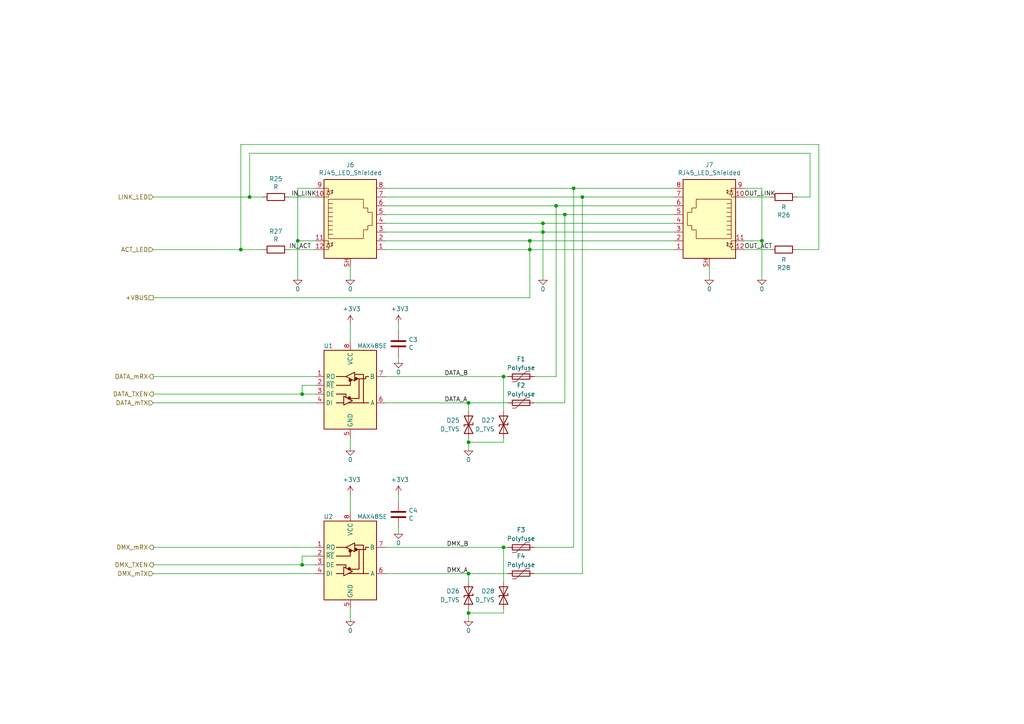
<source format=kicad_sch>
(kicad_sch (version 20211123) (generator eeschema)
  (paper "A4")
  (lib_symbols
    (symbol "Connector:RJ45_LED_Shielded" (pin_names (offset 1.016))
      (property "Reference" "J" (at -5.08 13.97 0))
      (property "Value" "RJ45_LED_Shielded" (at 1.27 13.97 0))
      (symbol "RJ45_LED_Shielded_0_1"
        (polyline (pts (xy -7.62 -7.62) (xy -6.35 -7.62)))
        (polyline (pts (xy -7.62 -5.08) (xy -6.35 -5.08)))
        (polyline (pts (xy -7.62 7.62) (xy -6.35 7.62)))
        (polyline (pts (xy -7.62 10.16) (xy -6.35 10.16)))
        (polyline (pts (xy -6.858 -5.842) (xy -5.842 -5.842)))
        (polyline (pts (xy -6.858 9.398) (xy -5.842 9.398)))
        (polyline (pts (xy -6.35 -7.62) (xy -6.35 -6.858)))
        (polyline (pts (xy -6.35 -5.08) (xy -6.35 -5.842)))
        (polyline (pts (xy -6.35 7.62) (xy -6.35 8.382)))
        (polyline (pts (xy -6.35 10.16) (xy -6.35 9.398)))
        (polyline (pts (xy -5.08 -6.223) (xy -5.207 -6.604)))
        (polyline (pts (xy -5.08 -5.588) (xy -5.207 -5.969)))
        (polyline (pts (xy -5.08 4.445) (xy -6.35 4.445)))
        (polyline (pts (xy -5.08 5.715) (xy -6.35 5.715)))
        (polyline (pts (xy -5.08 9.017) (xy -5.207 8.636)))
        (polyline (pts (xy -5.08 9.652) (xy -5.207 9.271)))
        (polyline (pts (xy -6.35 -3.175) (xy -5.08 -3.175) (xy -5.08 -3.175)))
        (polyline (pts (xy -6.35 -1.905) (xy -5.08 -1.905) (xy -5.08 -1.905)))
        (polyline (pts (xy -6.35 -0.635) (xy -5.08 -0.635) (xy -5.08 -0.635)))
        (polyline (pts (xy -6.35 0.635) (xy -5.08 0.635) (xy -5.08 0.635)))
        (polyline (pts (xy -6.35 1.905) (xy -5.08 1.905) (xy -5.08 1.905)))
        (polyline (pts (xy -5.588 -6.731) (xy -5.08 -6.223) (xy -5.461 -6.35)))
        (polyline (pts (xy -5.588 -6.096) (xy -5.08 -5.588) (xy -5.461 -5.715)))
        (polyline (pts (xy -5.588 8.509) (xy -5.08 9.017) (xy -5.461 8.89)))
        (polyline (pts (xy -5.588 9.144) (xy -5.08 9.652) (xy -5.461 9.525)))
        (polyline (pts (xy -5.08 3.175) (xy -6.35 3.175) (xy -6.35 3.175)))
        (polyline (pts (xy -6.35 -5.842) (xy -6.858 -6.858) (xy -5.842 -6.858) (xy -6.35 -5.842)))
        (polyline (pts (xy -6.35 9.398) (xy -6.858 8.382) (xy -5.842 8.382) (xy -6.35 9.398)))
        (polyline (pts (xy -6.35 -4.445) (xy -6.35 6.985) (xy 3.81 6.985) (xy 3.81 4.445) (xy 5.08 4.445) (xy 5.08 3.175) (xy 6.35 3.175) (xy 6.35 -0.635) (xy 5.08 -0.635) (xy 5.08 -1.905) (xy 3.81 -1.905) (xy 3.81 -4.445) (xy -6.35 -4.445) (xy -6.35 -4.445)))
        (rectangle (start 7.62 12.7) (end -7.62 -10.16) (stroke (width 0.254)) (fill (type background)))
      )
      (symbol "RJ45_LED_Shielded_1_1"
        (pin passive line (at 10.16 -7.62 180) (length 2.54) (name "~") (number "1"))
        (pin passive line (at -10.16 7.62 0) (length 2.54) (name "~") (number "10"))
        (pin passive line (at -10.16 -5.08 0) (length 2.54) (name "~") (number "11"))
        (pin passive line (at -10.16 -7.62 0) (length 2.54) (name "~") (number "12"))
        (pin passive line (at 10.16 -5.08 180) (length 2.54) (name "~") (number "2"))
        (pin passive line (at 10.16 -2.54 180) (length 2.54) (name "~") (number "3"))
        (pin passive line (at 10.16 0 180) (length 2.54) (name "~") (number "4"))
        (pin passive line (at 10.16 2.54 180) (length 2.54) (name "~") (number "5"))
        (pin passive line (at 10.16 5.08 180) (length 2.54) (name "~") (number "6"))
        (pin passive line (at 10.16 7.62 180) (length 2.54) (name "~") (number "7"))
        (pin passive line (at 10.16 10.16 180) (length 2.54) (name "~") (number "8"))
        (pin passive line (at -10.16 10.16 0) (length 2.54) (name "~") (number "9"))
        (pin passive line (at 0 -12.7 90) (length 2.54) (name "~") (number "SH"))
      )
    )
    (symbol "Device:C" (pin_numbers hide) (pin_names (offset 0.254))
      (property "Reference" "C" (at 0.635 2.54 0))
      (property "Value" "C" (at 0.635 -2.54 0))
      (symbol "C_0_1"
        (polyline (pts (xy -2.032 -0.762) (xy 2.032 -0.762)) (stroke (width 0.508)))
        (polyline (pts (xy -2.032 0.762) (xy 2.032 0.762)) (stroke (width 0.508)))
      )
      (symbol "C_1_1"
        (pin passive line (at 0 3.81 270) (length 2.794) (name "~") (number "1"))
        (pin passive line (at 0 -3.81 90) (length 2.794) (name "~") (number "2"))
      )
    )
    (symbol "Device:D_TVS" (pin_numbers hide) (pin_names (offset 1.016) hide)
      (property "Reference" "D" (at 0 2.54 0))
      (property "Value" "D_TVS" (at 0 -2.54 0))
      (symbol "D_TVS_0_1"
        (polyline (pts (xy 1.27 0) (xy -1.27 0)))
        (polyline (pts (xy 0.508 1.27) (xy 0 1.27) (xy 0 -1.27) (xy -0.508 -1.27)) (stroke (width 0.254)))
        (polyline (pts (xy -2.54 1.27) (xy -2.54 -1.27) (xy 2.54 1.27) (xy 2.54 -1.27) (xy -2.54 1.27)) (stroke (width 0.254)))
      )
      (symbol "D_TVS_1_1"
        (pin passive line (at -3.81 0 0) (length 2.54) (name "A1") (number "1"))
        (pin passive line (at 3.81 0 180) (length 2.54) (name "A2") (number "2"))
      )
    )
    (symbol "Device:Polyfuse" (pin_numbers hide) (pin_names (offset 0))
      (property "Reference" "F" (at -2.54 0 90))
      (property "Value" "Polyfuse" (at 2.54 0 90))
      (symbol "Polyfuse_0_1"
        (rectangle (start -0.762 2.54) (end 0.762 -2.54) (stroke (width 0.254)))
        (polyline (pts (xy 0 2.54) (xy 0 -2.54)))
        (polyline (pts (xy -1.524 2.54) (xy -1.524 1.524) (xy 1.524 -1.524) (xy 1.524 -2.54)))
      )
      (symbol "Polyfuse_1_1"
        (pin passive line (at 0 3.81 270) (length 1.27) (name "~") (number "1"))
        (pin passive line (at 0 -3.81 90) (length 1.27) (name "~") (number "2"))
      )
    )
    (symbol "Device:R" (pin_numbers hide) (pin_names (offset 0))
      (property "Reference" "R" (at 2.032 0 90))
      (property "Value" "R" (at 0 0 90))
      (symbol "R_0_1"
        (rectangle (start -1.016 -2.54) (end 1.016 2.54) (stroke (width 0.254)))
      )
      (symbol "R_1_1"
        (pin passive line (at 0 3.81 270) (length 1.27) (name "~") (number "1"))
        (pin passive line (at 0 -3.81 90) (length 1.27) (name "~") (number "2"))
      )
    )
    (symbol "Interface_UART:MAX485E"
      (property "Reference" "U" (at -6.096 11.43 0))
      (property "Value" "MAX485E" (at 0.762 11.43 0))
      (symbol "MAX485E_0_1"
        (rectangle (start -7.62 10.16) (end 7.62 -12.7) (stroke (width 0.254)) (fill (type background)))
        (circle (center -0.3048 -3.683) (radius 0.3556) (stroke (width 0.254)) (fill (type outline)))
        (circle (center -0.0254 1.4986) (radius 0.3556) (stroke (width 0.254)) (fill (type outline)))
        (polyline (pts (xy -4.064 -5.08) (xy -1.905 -5.08)) (stroke (width 0.254)))
        (polyline (pts (xy -4.064 2.54) (xy -1.27 2.54)) (stroke (width 0.254)))
        (polyline (pts (xy -1.27 -3.2004) (xy -1.27 -3.4544)) (stroke (width 0.254)))
        (polyline (pts (xy -0.635 -5.08) (xy 5.334 -5.08)) (stroke (width 0.254)))
        (polyline (pts (xy -4.064 -2.54) (xy -1.27 -2.54) (xy -1.27 -3.175)) (stroke (width 0.254)))
        (polyline (pts (xy 0 1.27) (xy 0 0) (xy -4.064 0)) (stroke (width 0.254)))
        (polyline (pts (xy 1.27 3.175) (xy 3.81 3.175) (xy 3.81 -5.08)) (stroke (width 0.254)))
        (polyline (pts (xy 2.54 1.905) (xy 2.54 -3.81) (xy 0 -3.81)) (stroke (width 0.254)))
        (polyline (pts (xy -1.905 -3.175) (xy -1.905 -5.715) (xy 0.635 -4.445) (xy -1.905 -3.175)) (stroke (width 0.254)))
        (polyline (pts (xy -1.27 2.54) (xy 1.27 3.81) (xy 1.27 1.27) (xy -1.27 2.54)) (stroke (width 0.254)))
        (polyline (pts (xy 1.905 1.905) (xy 4.445 1.905) (xy 4.445 2.54) (xy 5.334 2.54)) (stroke (width 0.254)))
        (rectangle (start 1.27 3.175) (end 1.27 3.175))
        (circle (center 1.651 1.905) (radius 0.3556) (stroke (width 0.254)) (fill (type outline)))
      )
      (symbol "MAX485E_1_1"
        (pin output line (at -10.16 2.54 0) (length 2.54) (name "RO") (number "1"))
        (pin input line (at -10.16 0 0) (length 2.54) (name "~{RE}") (number "2"))
        (pin input line (at -10.16 -2.54 0) (length 2.54) (name "DE") (number "3"))
        (pin input line (at -10.16 -5.08 0) (length 2.54) (name "DI") (number "4"))
        (pin power_in line (at 0 -15.24 90) (length 2.54) (name "GND") (number "5"))
        (pin bidirectional line (at 10.16 -5.08 180) (length 2.54) (name "A") (number "6"))
        (pin bidirectional line (at 10.16 2.54 180) (length 2.54) (name "B") (number "7"))
        (pin power_in line (at 0 12.7 270) (length 2.54) (name "VCC") (number "8"))
      )
    )
    (symbol "power:+3V3" (power) (pin_names (offset 0))
      (property "Value" "+3V3" (at 0 3.556 0))
      (symbol "+3V3_0_1"
        (polyline (pts (xy -0.762 1.27) (xy 0 2.54)))
        (polyline (pts (xy 0 0) (xy 0 2.54)))
        (polyline (pts (xy 0 2.54) (xy 0.762 1.27)))
      )
      (symbol "+3V3_1_1"
        (pin power_in line (at 0 0 90) (length 0) hide (name "+3V3") (number "1"))
      )
    )
    (symbol "pspice:0" (power) (pin_names (offset 0))
      (property "Value" "0" (at 0 -1.778 0))
      (symbol "0_0_1"
        (polyline (pts (xy -1.27 0) (xy 0 -1.27) (xy 1.27 0) (xy -1.27 0)))
      )
      (symbol "0_1_1"
        (pin power_in line (at 0 0 0) (length 0) hide (name "0") (number "1"))
      )
    )
  )
  (junction (at 135.89 177.8))
  (junction (at 135.89 116.84))
  (junction (at 220.98 69.85))
  (junction (at 153.67 72.39))
  (junction (at 135.89 128.27))
  (junction (at 168.91 57.15))
  (junction (at 157.48 64.77))
  (junction (at 157.48 67.31))
  (junction (at 153.67 69.85))
  (junction (at 146.05 109.22))
  (junction (at 146.05 158.75))
  (junction (at 69.85 72.39))
  (junction (at 163.83 62.23))
  (junction (at 161.29 59.69))
  (junction (at 87.63 114.3))
  (junction (at 72.39 57.15))
  (junction (at 87.63 163.83))
  (junction (at 135.89 166.37))
  (junction (at 166.37 54.61))
  (junction (at 86.36 69.85))
  (wire (pts (xy 220.98 54.61) (xy 220.98 69.85)))
  (wire (pts (xy 69.85 72.39) (xy 44.45 72.39)))
  (wire (pts (xy 111.76 72.39) (xy 153.67 72.39)))
  (wire (pts (xy 153.67 69.85) (xy 153.67 72.39)))
  (wire (pts (xy 87.63 163.83) (xy 44.45 163.83)))
  (wire (pts (xy 135.89 177.8) (xy 146.05 177.8)))
  (wire (pts (xy 111.76 59.69) (xy 161.29 59.69)))
  (wire (pts (xy 135.89 166.37) (xy 135.89 168.91)))
  (wire (pts (xy 111.76 116.84) (xy 135.89 116.84)))
  (wire (pts (xy 135.89 116.84) (xy 147.32 116.84)))
  (wire (pts (xy 115.57 105.41) (xy 115.57 103.505)))
  (wire (pts (xy 220.98 69.85) (xy 220.98 81.28)))
  (wire (pts (xy 237.49 72.39) (xy 237.49 41.91)))
  (wire (pts (xy 72.39 57.15) (xy 72.39 44.45)))
  (wire (pts (xy 157.48 67.31) (xy 195.58 67.31)))
  (wire (pts (xy 91.44 161.29) (xy 87.63 161.29)))
  (wire (pts (xy 161.29 59.69) (xy 195.58 59.69)))
  (wire (pts (xy 146.05 158.75) (xy 146.05 168.91)))
  (wire (pts (xy 135.89 177.8) (xy 135.89 176.53)))
  (wire (pts (xy 87.63 114.3) (xy 91.44 114.3)))
  (wire (pts (xy 111.76 69.85) (xy 153.67 69.85)))
  (wire (pts (xy 223.52 57.15) (xy 215.9 57.15)))
  (wire (pts (xy 154.94 116.84) (xy 163.83 116.84)))
  (wire (pts (xy 237.49 41.91) (xy 69.85 41.91)))
  (wire (pts (xy 111.76 54.61) (xy 166.37 54.61)))
  (wire (pts (xy 146.05 109.22) (xy 146.05 119.38)))
  (wire (pts (xy 83.82 57.15) (xy 91.44 57.15)))
  (wire (pts (xy 146.05 177.8) (xy 146.05 176.53)))
  (wire (pts (xy 101.6 180.34) (xy 101.6 176.53)))
  (wire (pts (xy 135.89 116.84) (xy 135.89 119.38)))
  (wire (pts (xy 115.57 154.94) (xy 115.57 153.035)))
  (wire (pts (xy 135.89 130.81) (xy 135.89 128.27)))
  (wire (pts (xy 154.94 109.22) (xy 161.29 109.22)))
  (wire (pts (xy 168.91 166.37) (xy 168.91 57.15)))
  (wire (pts (xy 111.76 57.15) (xy 168.91 57.15)))
  (wire (pts (xy 87.63 161.29) (xy 87.63 163.83)))
  (wire (pts (xy 168.91 57.15) (xy 195.58 57.15)))
  (wire (pts (xy 91.44 54.61) (xy 86.36 54.61)))
  (wire (pts (xy 87.63 114.3) (xy 44.45 114.3)))
  (wire (pts (xy 83.82 72.39) (xy 91.44 72.39)))
  (wire (pts (xy 223.52 72.39) (xy 215.9 72.39)))
  (wire (pts (xy 111.76 64.77) (xy 157.48 64.77)))
  (wire (pts (xy 234.95 44.45) (xy 234.95 57.15)))
  (wire (pts (xy 115.57 95.885) (xy 115.57 93.98)))
  (wire (pts (xy 91.44 166.37) (xy 44.45 166.37)))
  (wire (pts (xy 87.63 111.76) (xy 87.63 114.3)))
  (wire (pts (xy 111.76 166.37) (xy 135.89 166.37)))
  (wire (pts (xy 86.36 69.85) (xy 86.36 81.28)))
  (wire (pts (xy 111.76 158.75) (xy 146.05 158.75)))
  (wire (pts (xy 72.39 57.15) (xy 44.45 57.15)))
  (wire (pts (xy 153.67 72.39) (xy 153.67 86.36)))
  (wire (pts (xy 146.05 109.22) (xy 147.32 109.22)))
  (wire (pts (xy 101.6 93.98) (xy 101.6 99.06)))
  (wire (pts (xy 153.67 86.36) (xy 44.45 86.36)))
  (wire (pts (xy 111.76 109.22) (xy 146.05 109.22)))
  (wire (pts (xy 234.95 57.15) (xy 231.14 57.15)))
  (wire (pts (xy 135.89 128.27) (xy 135.89 127)))
  (wire (pts (xy 135.89 180.34) (xy 135.89 177.8)))
  (wire (pts (xy 157.48 67.31) (xy 157.48 64.77)))
  (wire (pts (xy 87.63 163.83) (xy 91.44 163.83)))
  (wire (pts (xy 163.83 62.23) (xy 195.58 62.23)))
  (wire (pts (xy 76.2 57.15) (xy 72.39 57.15)))
  (wire (pts (xy 111.76 62.23) (xy 163.83 62.23)))
  (wire (pts (xy 69.85 41.91) (xy 69.85 72.39)))
  (wire (pts (xy 101.6 143.51) (xy 101.6 148.59)))
  (wire (pts (xy 76.2 72.39) (xy 69.85 72.39)))
  (wire (pts (xy 220.98 54.61) (xy 215.9 54.61)))
  (wire (pts (xy 154.94 166.37) (xy 168.91 166.37)))
  (wire (pts (xy 135.89 128.27) (xy 146.05 128.27)))
  (wire (pts (xy 153.67 69.85) (xy 195.58 69.85)))
  (wire (pts (xy 166.37 54.61) (xy 195.58 54.61)))
  (wire (pts (xy 101.6 130.81) (xy 101.6 127)))
  (wire (pts (xy 157.48 64.77) (xy 195.58 64.77)))
  (wire (pts (xy 86.36 54.61) (xy 86.36 69.85)))
  (wire (pts (xy 205.74 81.28) (xy 205.74 77.47)))
  (wire (pts (xy 91.44 116.84) (xy 44.45 116.84)))
  (wire (pts (xy 101.6 81.28) (xy 101.6 77.47)))
  (wire (pts (xy 163.83 116.84) (xy 163.83 62.23)))
  (wire (pts (xy 153.67 72.39) (xy 195.58 72.39)))
  (wire (pts (xy 157.48 81.28) (xy 157.48 67.31)))
  (wire (pts (xy 91.44 109.22) (xy 44.45 109.22)))
  (wire (pts (xy 111.76 67.31) (xy 157.48 67.31)))
  (wire (pts (xy 166.37 158.75) (xy 166.37 54.61)))
  (wire (pts (xy 91.44 158.75) (xy 44.45 158.75)))
  (wire (pts (xy 161.29 109.22) (xy 161.29 59.69)))
  (wire (pts (xy 154.94 158.75) (xy 166.37 158.75)))
  (wire (pts (xy 146.05 128.27) (xy 146.05 127)))
  (wire (pts (xy 91.44 111.76) (xy 87.63 111.76)))
  (wire (pts (xy 86.36 69.85) (xy 91.44 69.85)))
  (wire (pts (xy 135.89 166.37) (xy 147.32 166.37)))
  (wire (pts (xy 72.39 44.45) (xy 234.95 44.45)))
  (wire (pts (xy 215.9 69.85) (xy 220.98 69.85)))
  (wire (pts (xy 231.14 72.39) (xy 237.49 72.39)))
  (wire (pts (xy 146.05 158.75) (xy 147.32 158.75)))
  (wire (pts (xy 115.57 145.415) (xy 115.57 143.51)))
  (label "IN_ACT" (at 83.82 72.39 0))
  (label "DMX_A" (at 129.54 166.37 0))
  (label "IN_LINK" (at 84.455 57.15 0))
  (label "DATA_A" (at 128.905 116.84 0))
  (label "DATA_B" (at 128.905 109.22 0))
  (label "OUT_LINK" (at 215.9 57.15 0))
  (label "DMX_B" (at 129.54 158.75 0))
  (label "OUT_ACT" (at 215.9 72.39 0))
  (hierarchical_label "DMX_TXEN" (shape output) (at 44.45 163.83 180))
  (hierarchical_label "+VBUS" (shape passive) (at 44.45 86.36 180))
  (hierarchical_label "DATA_TXEN" (shape output) (at 44.45 114.3 180))
  (hierarchical_label "LINK_LED" (shape input) (at 44.45 57.15 180))
  (hierarchical_label "ACT_LED" (shape input) (at 44.45 72.39 180))
  (hierarchical_label "DMX_mRX" (shape output) (at 44.45 158.75 180))
  (hierarchical_label "DMX_mTX" (shape input) (at 44.45 166.37 180))
  (hierarchical_label "DATA_mRX" (shape output) (at 44.45 109.22 180))
  (hierarchical_label "DATA_mTX" (shape input) (at 44.45 116.84 180))
  (symbol (lib_id "Connector:RJ45_LED_Shielded") (at 101.6 64.77 0) (unit 1)
    (property "Reference" "J6" (at 101.6 47.8282 0))
    (property "Value" "RJ45_LED_Shielded" (at 101.6 50.1396 0))
    (property "Footprint" "Connector_RJ:RJ45_Amphenol_RJHSE538X" (effects hide))
  )
  (symbol (lib_id "Connector:RJ45_LED_Shielded") (at 205.74 64.77 0) (mirror y) (unit 1)
    (property "Reference" "J7" (at 205.74 47.8282 0))
    (property "Value" "RJ45_LED_Shielded" (at 205.74 50.1396 0))
    (property "Footprint" "Connector_RJ:RJ45_Amphenol_RJHSE538X" (effects hide))
  )
  (symbol (lib_id "pspice:0") (at 101.6 81.28 0) (unit 1)
    (property "Reference" "#GND012" (effects hide))
    (property "Value" "0" (at 101.6 83.82 0))
  )
  (symbol (lib_id "pspice:0") (at 205.74 81.28 0) (unit 1)
    (property "Reference" "#GND014" (effects hide))
    (property "Value" "0" (at 205.74 83.82 0))
  )
  (symbol (lib_id "pspice:0") (at 220.98 81.28 0) (unit 1)
    (property "Reference" "#GND015" (effects hide))
    (property "Value" "0" (at 220.98 83.82 0))
  )
  (symbol (lib_id "pspice:0") (at 86.36 81.28 0) (unit 1)
    (property "Reference" "#GND011" (effects hide))
    (property "Value" "0" (at 86.36 83.82 0))
  )
  (symbol (lib_id "Device:R") (at 80.01 57.15 270) (unit 1)
    (property "Reference" "R25" (at 80.01 51.8922 90))
    (property "Value" "R" (at 80.01 54.2036 90))
    (property "Footprint" "Resistor_SMD:R_0805_2012Metric_Pad1.20x1.40mm_HandSolder" (effects hide))
  )
  (symbol (lib_id "Device:R") (at 80.01 72.39 270) (unit 1)
    (property "Reference" "R27" (at 80.01 67.1322 90))
    (property "Value" "R" (at 80.01 69.4436 90))
    (property "Footprint" "Resistor_SMD:R_0805_2012Metric_Pad1.20x1.40mm_HandSolder" (effects hide))
  )
  (symbol (lib_id "Device:R") (at 227.33 57.15 90) (unit 1)
    (property "Reference" "R26" (at 227.33 62.4078 90))
    (property "Value" "R" (at 227.33 60.0964 90))
    (property "Footprint" "Resistor_SMD:R_0805_2012Metric_Pad1.20x1.40mm_HandSolder" (effects hide))
  )
  (symbol (lib_id "Device:R") (at 227.33 72.39 90) (unit 1)
    (property "Reference" "R28" (at 227.33 77.6478 90))
    (property "Value" "R" (at 227.33 75.3364 90))
    (property "Footprint" "Resistor_SMD:R_0805_2012Metric_Pad1.20x1.40mm_HandSolder" (effects hide))
  )
  (symbol (lib_id "Interface_UART:MAX485E") (at 101.6 111.76 0) (unit 1)
    (property "Reference" "U1" (at 95.25 100.33 0))
    (property "Value" "MAX485E" (at 107.95 100.33 0))
    (property "Footprint" "Package_SO:SOIC-8_3.9x4.9mm_P1.27mm" (effects hide))
    (property "Datasheet" "https://datasheets.maximintegrated.com/en/ds/MAX1487E-MAX491E.pdf" (effects hide))
  )
  (symbol (lib_id "Interface_UART:MAX485E") (at 101.6 161.29 0) (unit 1)
    (property "Reference" "U2" (at 95.25 149.86 0))
    (property "Value" "MAX485E" (at 107.95 149.86 0))
    (property "Footprint" "Package_SO:SOIC-8_3.9x4.9mm_P1.27mm" (effects hide))
    (property "Datasheet" "https://datasheets.maximintegrated.com/en/ds/MAX1487E-MAX491E.pdf" (effects hide))
  )
  (symbol (lib_id "pspice:0") (at 101.6 130.81 0) (unit 1)
    (property "Reference" "#GND017" (effects hide))
    (property "Value" "0" (at 101.6 133.35 0))
  )
  (symbol (lib_id "pspice:0") (at 101.6 180.34 0) (unit 1)
    (property "Reference" "#GND019" (effects hide))
    (property "Value" "0" (at 101.6 182.88 0))
  )
  (symbol (lib_id "power:+3V3") (at 101.6 143.51 0) (unit 1)
    (property "Reference" "#PWR07" (effects hide))
    (property "Value" "+3V3" (at 101.981 139.1158 0))
  )
  (symbol (lib_id "power:+3V3") (at 101.6 93.98 0) (unit 1)
    (property "Reference" "#PWR05" (effects hide))
    (property "Value" "+3V3" (at 101.981 89.5858 0))
  )
  (symbol (lib_id "pspice:0") (at 157.48 81.28 0) (unit 1)
    (property "Reference" "#GND013" (effects hide))
    (property "Value" "0" (at 157.48 83.82 0))
  )
  (symbol (lib_id "power:+3V3") (at 115.57 93.98 0) (unit 1)
    (property "Reference" "#PWR06" (effects hide))
    (property "Value" "+3V3" (at 115.951 89.5858 0))
  )
  (symbol (lib_id "Device:C") (at 115.57 99.695 0) (unit 1)
    (property "Reference" "C3" (at 118.491 98.5266 0) (effects (justify left)))
    (property "Value" "C" (at 118.491 100.838 0) (effects (justify left)))
    (property "Footprint" "Capacitor_SMD:C_0805_2012Metric_Pad1.18x1.45mm_HandSolder" (effects hide))
  )
  (symbol (lib_id "pspice:0") (at 115.57 105.41 0) (unit 1)
    (property "Reference" "#GND016" (effects hide))
    (property "Value" "0" (at 115.57 107.95 0))
  )
  (symbol (lib_id "power:+3V3") (at 115.57 143.51 0) (unit 1)
    (property "Reference" "#PWR08" (effects hide))
    (property "Value" "+3V3" (at 115.951 139.1158 0))
  )
  (symbol (lib_id "Device:C") (at 115.57 149.225 0) (unit 1)
    (property "Reference" "C4" (at 118.491 148.0566 0) (effects (justify left)))
    (property "Value" "C" (at 118.491 150.368 0) (effects (justify left)))
    (property "Footprint" "Capacitor_SMD:C_0805_2012Metric_Pad1.18x1.45mm_HandSolder" (effects hide))
  )
  (symbol (lib_id "pspice:0") (at 115.57 154.94 0) (unit 1)
    (property "Reference" "#GND018" (effects hide))
    (property "Value" "0" (at 115.57 157.48 0))
  )
  (symbol (lib_id "Device:Polyfuse") (at 151.13 109.22 90) (unit 1)
    (property "Reference" "F1" (at 151.13 104.14 90))
    (property "Value" "Polyfuse" (at 151.13 106.68 90))
    (property "Footprint" "Fuse:Fuse_1812_4532Metric_Pad1.30x3.40mm_HandSolder" (effects hide))
  )
  (symbol (lib_id "Device:D_TVS") (at 146.05 123.19 270) (mirror x) (unit 1)
    (property "Reference" "D27" (at 143.51 121.92 90) (effects (justify right)))
    (property "Value" "D_TVS" (at 143.51 124.46 90) (effects (justify right)))
    (property "Footprint" "Diode_SMD:D_SMB_Handsoldering" (effects hide))
  )
  (symbol (lib_id "pspice:0") (at 135.89 130.81 0) (unit 1)
    (property "Reference" "#GND0103" (effects hide))
    (property "Value" "0" (at 135.89 133.35 0))
  )
  (symbol (lib_id "Device:Polyfuse") (at 151.13 116.84 90) (unit 1)
    (property "Reference" "F2" (at 151.13 111.76 90))
    (property "Value" "Polyfuse" (at 151.13 114.3 90))
    (property "Footprint" "Fuse:Fuse_1812_4532Metric_Pad1.30x3.40mm_HandSolder" (effects hide))
  )
  (symbol (lib_id "Device:D_TVS") (at 135.89 123.19 270) (mirror x) (unit 1)
    (property "Reference" "D25" (at 133.35 121.92 90) (effects (justify right)))
    (property "Value" "D_TVS" (at 133.35 124.46 90) (effects (justify right)))
    (property "Footprint" "Diode_SMD:D_SMB_Handsoldering" (effects hide))
  )
  (symbol (lib_id "Device:Polyfuse") (at 151.13 166.37 90) (unit 1)
    (property "Reference" "F4" (at 151.13 161.29 90))
    (property "Value" "Polyfuse" (at 151.13 163.83 90))
    (property "Footprint" "Fuse:Fuse_1812_4532Metric_Pad1.30x3.40mm_HandSolder" (effects hide))
  )
  (symbol (lib_id "Device:D_TVS") (at 135.89 172.72 270) (mirror x) (unit 1)
    (property "Reference" "D26" (at 133.35 171.45 90) (effects (justify right)))
    (property "Value" "D_TVS" (at 133.35 173.99 90) (effects (justify right)))
    (property "Footprint" "Diode_SMD:D_SMB_Handsoldering" (effects hide))
  )
  (symbol (lib_id "pspice:0") (at 135.89 180.34 0) (unit 1)
    (property "Reference" "#GND0104" (effects hide))
    (property "Value" "0" (at 135.89 182.88 0))
  )
  (symbol (lib_id "Device:Polyfuse") (at 151.13 158.75 90) (unit 1)
    (property "Reference" "F3" (at 151.13 153.67 90))
    (property "Value" "Polyfuse" (at 151.13 156.21 90))
    (property "Footprint" "Fuse:Fuse_1812_4532Metric_Pad1.30x3.40mm_HandSolder" (effects hide))
  )
  (symbol (lib_id "Device:D_TVS") (at 146.05 172.72 270) (mirror x) (unit 1)
    (property "Reference" "D28" (at 143.51 171.45 90) (effects (justify right)))
    (property "Value" "D_TVS" (at 143.51 173.99 90) (effects (justify right)))
    (property "Footprint" "Diode_SMD:D_SMB_Handsoldering" (effects hide))
  )
)
</source>
